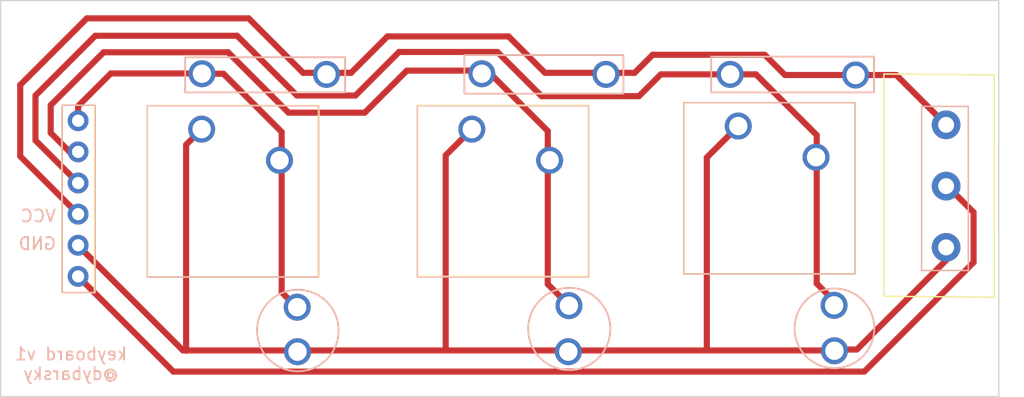
<source format=kicad_pcb>
(kicad_pcb (version 20211014) (generator pcbnew)
  (layers (0 "F.Cu" signal) (31 "B.Cu" signal) (36 "B.SilkS" user "B.Silkscreen") (37 "F.SilkS" user "F.Silkscreen") (38 "B.Mask" user) (39 "F.Mask" user) (44 "Edge.Cuts" user))
  (net 0 "")
  (footprint "" (layer "F.Cu") (at 68.7832 52.0446)
    (fp_text reference "" (at 0 0) (layer "F.SilkS") (effects (font (size 1.27 1.27))))
    (fp_text value "" (at 0 0) (layer "F.SilkS") (effects (font (size 1.27 1.27))))
    (pad "" thru_hole circle (at 0 0) (size 2.2 2.2) (drill 1.5) (layers *.Cu *.Mask))
  )
  (footprint "" (layer "F.Cu") (at 112.6236 55.6006)
    (fp_text reference "" (at 0 0) (layer "F.SilkS") (effects (font (size 1.27 1.27))))
    (fp_text value "" (at 0 0) (layer "F.SilkS") (effects (font (size 1.27 1.27))))
    (pad "" thru_hole circle (at 0 0) (size 2.2 2.2) (drill 1.5) (layers *.Cu *.Mask))
  )
  (footprint "" (layer "F.Cu") (at 68.8086 55.6768)
    (fp_text reference "" (at 0 0) (layer "F.SilkS") (effects (font (size 1.27 1.27))))
    (fp_text value "" (at 0 0) (layer "F.SilkS") (effects (font (size 1.27 1.27))))
    (pad "" thru_hole circle (at 0 0) (size 2.2 2.2) (drill 1.5) (layers *.Cu *.Mask))
  )
  (footprint "" (layer "F.Cu") (at 83.8454 32.9946)
    (fp_text reference "" (at 0 0) (layer "F.SilkS") (effects (font (size 1.27 1.27))))
    (fp_text value "" (at 0 0) (layer "F.SilkS") (effects (font (size 1.27 1.27))))
    (pad "" thru_hole circle (at 0 0) (size 2.2 2.2) (drill 1.5) (layers *.Cu *.Mask))
  )
  (footprint "" (layer "F.Cu") (at 61.0108 32.9946)
    (fp_text reference "" (at 0 0) (layer "F.SilkS") (effects (font (size 1.27 1.27))))
    (fp_text value "" (at 0 0) (layer "F.SilkS") (effects (font (size 1.27 1.27))))
    (pad "" thru_hole circle (at 0 0) (size 2.2 2.2) (drill 1.5) (layers *.Cu *.Mask))
  )
  (footprint "" (layer "F.Cu") (at 104.1146 33.0454)
    (fp_text reference "" (at 0 0) (layer "F.SilkS") (effects (font (size 1.27 1.27))))
    (fp_text value "" (at 0 0) (layer "F.SilkS") (effects (font (size 1.27 1.27))))
    (pad "" thru_hole circle (at 0 0) (size 2.2 2.2) (drill 1.5) (layers *.Cu *.Mask))
  )
  (footprint "" (layer "F.Cu") (at 93.98 33.0454)
    (fp_text reference "" (at 0 0) (layer "F.SilkS") (effects (font (size 1.27 1.27))))
    (fp_text value "" (at 0 0) (layer "F.SilkS") (effects (font (size 1.27 1.27))))
    (pad "" thru_hole circle (at 0 0) (size 2.2 2.2) (drill 1.5) (layers *.Cu *.Mask))
  )
  (footprint "" (layer "F.Cu") (at 90.9066 55.6768)
    (fp_text reference "" (at 0 0) (layer "F.SilkS") (effects (font (size 1.27 1.27))))
    (fp_text value "" (at 0 0) (layer "F.SilkS") (effects (font (size 1.27 1.27))))
    (pad "" thru_hole circle (at 0 0) (size 2.2 2.2) (drill 1.5) (layers *.Cu *.Mask))
  )
  (footprint "Connector_PinHeader_2.54mm:PinHeader_1x06_P2.54mm_Vertical" (layer "F.Cu") (at 50.9016 36.83)
    (fp_text reference "REF**" hide)
    (fp_text value "PinHeader_1x06_P2.54mm_Vertical" hide)
    (fp_line (start -1.33 14.03) (end 1.33 14.03) (layer "F.SilkS") (width 0.12))
    (fp_line (start 1.33 -1.27) (end 1.33 14.03) (layer "F.SilkS") (width 0.12))
    (fp_line (start -1.33 -1.27) (end -1.33 14.03) (layer "F.SilkS") (width 0.12))
    (fp_line (start -1.33 -1.27) (end 1.33 -1.27) (layer "F.SilkS") (width 0.12))
    (pad "" thru_hole oval (at 0 7.62) (size 1.7 1.7) (drill 1) (layers *.Cu *.Mask))
    (pad "" thru_hole oval (at 0 10.16) (size 1.7 1.7) (drill 1) (layers *.Cu *.Mask))
    (pad "" thru_hole oval (at 0 12.7) (size 1.7 1.7) (drill 1) (layers *.Cu *.Mask))
    (pad "" thru_hole oval (at 0 5.08) (size 1.7 1.7) (drill 1) (layers *.Cu *.Mask))
    (pad "" thru_hole oval (at 0 2.54) (size 1.7 1.7) (drill 1) (layers *.Cu *.Mask))
    (pad "" thru_hole circle (at 0 0) (size 1.7 1.7) (drill 1) (layers *.Cu *.Mask))
  )
  (footprint "" (layer "F.Cu") (at 71.1708 33.0454)
    (fp_text reference "" (at 0 0) (layer "F.SilkS") (effects (font (size 1.27 1.27))))
    (fp_text value "" (at 0 0) (layer "F.SilkS") (effects (font (size 1.27 1.27))))
    (pad "" thru_hole circle (at 0 0) (size 2.2 2.2) (drill 1.5) (layers *.Cu *.Mask))
  )
  (footprint "" (layer "F.Cu") (at 114.3508 33.0962)
    (fp_text reference "" (at 0 0) (layer "F.SilkS") (effects (font (size 1.27 1.27))))
    (fp_text value "" (at 0 0) (layer "F.SilkS") (effects (font (size 1.27 1.27))))
    (pad "" thru_hole circle (at 0 0) (size 2.2 2.2) (drill 1.5) (layers *.Cu *.Mask))
  )
  (footprint "" (layer "F.Cu") (at 90.9574 51.9176)
    (fp_text reference "" (at 0 0) (layer "F.SilkS") (effects (font (size 1.27 1.27))))
    (fp_text value "" (at 0 0) (layer "F.SilkS") (effects (font (size 1.27 1.27))))
    (pad "" thru_hole circle (at 0 0) (size 2.2 2.2) (drill 1.5) (layers *.Cu *.Mask))
  )
  (footprint "" (layer "F.Cu") (at 112.5982 51.8922)
    (fp_text reference "" (at 0 0) (layer "F.SilkS") (effects (font (size 1.27 1.27))))
    (fp_text value "" (at 0 0) (layer "F.SilkS") (effects (font (size 1.27 1.27))))
    (pad "" thru_hole circle (at 0 0) (size 2.2 2.2) (drill 1.5) (layers *.Cu *.Mask))
  )
  (footprint "Potentiometer_THT:Potentiometer_Alps_RK163_Single_Horizontal" (layer "F.Cu") (at 121.7374 47.164)
    (fp_text reference "REF**" hide)
    (fp_text value "Potentiometer_Alps_RK163_Single_Horizontal" hide)
    (fp_line (start -5.08 -14.15) (end -5.08 3.99) (layer "F.SilkS") (width 0.12))
    (fp_line (start 3.92 -14.07) (end 3.92 4.07) (layer "F.SilkS") (width 0.12))
    (fp_line (start 3.92 -8.62) (end 3.92 -1.38) (layer "F.SilkS") (width 0.12))
    (fp_line (start -5.08 -14.15) (end 3.92 -14.07) (layer "F.SilkS") (width 0.12))
    (fp_line (start -5.08 3.99) (end 3.92 4.07) (layer "F.SilkS") (width 0.12))
    (pad "" thru_hole circle (at 0 -5) (size 2.34 2.34) (drill 1.3) (layers *.Cu *.Mask))
    (pad "" thru_hole circle (at 0 0) (size 2.34 2.34) (drill 1.3) (layers *.Cu *.Mask))
    (pad "" thru_hole circle (at 0 -10) (size 2.34 2.34) (drill 1.3) (layers *.Cu *.Mask))
  )
  (footprint "Button_Switch_Keyboard:SW_Cherry_MX_1.00u_Plate" (layer "B.Cu") (at 104.775 37.2618 180)
    (fp_text reference "REF**" hide)
    (fp_text value "SW_Cherry_MX_1.00u_Plate" hide)
    (fp_line (start -9.525 -12.065) (end -9.525 1.905) (layer "B.SilkS") (width 0.12))
    (fp_line (start -9.525 1.905) (end 4.445 1.905) (layer "B.SilkS") (width 0.12))
    (fp_line (start 4.445 1.905) (end 4.445 -12.065) (layer "B.SilkS") (width 0.12))
    (fp_line (start 4.445 -12.065) (end -9.525 -12.065) (layer "B.SilkS") (width 0.12))
    (pad "" thru_hole circle (at 0 0 180) (size 2.2 2.2) (drill 1.5) (layers *.Cu *.Mask))
    (pad "" np_thru_hole circle (at -2.54 -5.08 180) (size 4 4) (drill 4) (layers *.Cu *.Mask))
    (pad "" thru_hole circle (at -6.35 -2.54 180) (size 2.2 2.2) (drill 1.5) (layers *.Cu *.Mask))
  )
  (footprint "Button_Switch_Keyboard:SW_Cherry_MX_1.00u_Plate" (layer "B.Cu") (at 60.9854 37.5158 180)
    (fp_text reference "REF**" hide)
    (fp_text value "SW_Cherry_MX_1.00u_Plate" hide)
    (fp_line (start -9.525 1.905) (end 4.445 1.905) (layer "B.SilkS") (width 0.12))
    (fp_line (start -9.525 -12.065) (end -9.525 1.905) (layer "B.SilkS") (width 0.12))
    (fp_line (start 4.445 -12.065) (end -9.525 -12.065) (layer "B.SilkS") (width 0.12))
    (fp_line (start 4.445 1.905) (end 4.445 -12.065) (layer "B.SilkS") (width 0.12))
    (pad "" np_thru_hole circle (at -2.54 -5.08 180) (size 4 4) (drill 4) (layers F&B.Cu *.Mask))
    (pad "" thru_hole circle (at 0 0 180) (size 2.2 2.2) (drill 1.5) (layers *.Cu *.Mask))
    (pad "" thru_hole circle (at -6.35 -2.54 180) (size 2.2 2.2) (drill 1.5) (layers *.Cu *.Mask))
  )
  (footprint "Button_Switch_Keyboard:SW_Cherry_MX_1.00u_Plate" (layer "B.Cu") (at 83.0326 37.5158 180)
    (fp_text reference "REF**" hide)
    (fp_text value "SW_Cherry_MX_1.00u_Plate" hide)
    (fp_line (start 4.445 -12.065) (end -9.525 -12.065) (layer "B.SilkS") (width 0.12))
    (fp_line (start -9.525 -12.065) (end -9.525 1.905) (layer "B.SilkS") (width 0.12))
    (fp_line (start 4.445 1.905) (end 4.445 -12.065) (layer "B.SilkS") (width 0.12))
    (fp_line (start -9.525 1.905) (end 4.445 1.905) (layer "B.SilkS") (width 0.12))
    (pad "" thru_hole circle (at -6.35 -2.54 180) (size 2.2 2.2) (drill 1.5) (layers *.Cu *.Mask))
    (pad "" np_thru_hole circle (at -2.54 -5.08 180) (size 4 4) (drill 4) (layers *.Cu *.Mask))
    (pad "" thru_hole circle (at 0 0 180) (size 2.2 2.2) (drill 1.5) (layers *.Cu *.Mask))
  )
  (gr_circle (center 68.834 53.9496) (end 72.1614 53.975) (layer "B.SilkS") (width 0.15) (fill none))
  (gr_circle (center 90.9828 53.8226) (end 94.3356 53.848) (layer "B.SilkS") (width 0.15) (fill none))
  (gr_circle (center 112.6236 53.7718) (end 115.8748 53.721) (layer "B.SilkS") (width 0.15) (fill none))
  (gr_rect (start 119.7356 35.6616) (end 123.5456 49.0474) (layer "B.SilkS") (width 0.12) (fill none))
  (gr_rect (start 52.2986 35.56) (end 49.6062 50.8508) (layer "B.SilkS") (width 0.12) (fill none))
  (gr_rect (start 115.8494 31.5976) (end 102.5652 34.5186) (layer "B.SilkS") (width 0.15) (fill none))
  (gr_rect (start 95.4024 31.4706) (end 82.423 34.6202) (layer "B.SilkS") (width 0.15) (fill none))
  (gr_rect (start 72.694936 31.6484) (end 59.6392 34.5186) (layer "B.SilkS") (width 0.15) (fill none))
  (gr_rect (start 56.5658 35.5854) (end 70.5612 49.5808) (layer "F.SilkS") (width 0.12) (fill none))
  (gr_rect (start 100.33 35.3568) (end 114.3 49.3268) (layer "F.SilkS") (width 0.12) (fill none))
  (gr_rect (start 78.5876 35.56) (end 92.5576 49.53) (layer "F.SilkS") (width 0.12) (fill none))
  (gr_rect (start 44.577 27.0256) (end 126.0348 59.3344) (layer "Edge.Cuts") (width 0.1) (fill none))
  (gr_text "keyboard v1\n@dybarsky" (at 50.3174 56.6674) (layer "B.SilkS") (effects (font (size 1 1)) (justify mirror)))
  (gr_text "VCC" (at 47.6504 44.6024) (layer "B.SilkS") (effects (font (size 1 1)) (justify mirror)))
  (gr_text "GND" (at 47.5742 46.863) (layer "B.SilkS") (effects (font (size 1 1)) (justify mirror)))
  (segment (start 50.8762 46.99) (end 59.4614 55.5752) (width 0.5) (layer "F.Cu") (net 0))
  (segment (start 59.7154 38.7858) (end 59.7154 55.6006) (width 0.5) (layer "F.Cu") (net 0))
  (segment (start 59.4614 55.5752) (end 112.6236 55.5752) (width 0.5) (layer "F.Cu") (net 0))
  (segment (start 114.4524 55.499) (end 121.7374 48.214) (width 0.5) (layer "F.Cu") (net 0))
  (segment (start 84.3026 32.7406) (end 77.724 32.7406) (width 0.5) (layer "F.Cu") (net 0))
  (segment (start 114.3508 33.0962) (end 108.585 33.0962) (width 0.5) (layer "F.Cu") (net 0))
  (segment (start 86.0298 29.9466) (end 76.1492 29.9466) (width 0.5) (layer "F.Cu") (net 0))
  (segment (start 63.1444 31.242) (end 52.9844 31.242) (width 0.5) (layer "F.Cu") (net 0))
  (segment (start 96.6724 34.8234) (end 88.7222 34.8234) (width 0.5) (layer "F.Cu") (net 0))
  (segment (start 63.881 29.8958) (end 52.2986 29.8958) (width 0.5) (layer "F.Cu") (net 0))
  (segment (start 47.4218 38.4302) (end 50.9016 41.91) (width 0.5) (layer "F.Cu") (net 0))
  (segment (start 117.6696 33.0962) (end 114.3508 33.0962) (width 0.5) (layer "F.Cu") (net 0))
  (segment (start 121.8136 42.1348) (end 123.9774 44.2986) (width 0.5) (layer "F.Cu") (net 0))
  (segment (start 89.2302 37.6682) (end 84.3026 32.7406) (width 0.5) (layer "F.Cu") (net 0))
  (segment (start 98.4504 33.0454) (end 96.6724 34.8234) (width 0.5) (layer "F.Cu") (net 0))
  (segment (start 53.5686 32.9692) (end 50.9016 35.6362) (width 0.5) (layer "F.Cu") (net 0))
  (segment (start 121.7374 48.214) (end 121.7374 47.164) (width 0.5) (layer "F.Cu") (net 0))
  (segment (start 52.2986 29.8958) (end 47.4218 34.7726) (width 0.5) (layer "F.Cu") (net 0))
  (segment (start 115.062 57.3024) (end 58.674 57.3024) (width 0.5) (layer "F.Cu") (net 0))
  (segment (start 106.934 31.4452) (end 97.79 31.4452) (width 0.5) (layer "F.Cu") (net 0))
  (segment (start 67.5132 50.8254) (end 67.5132 37.7444) (width 0.5) (layer "F.Cu") (net 0))
  (segment (start 97.79 31.4452) (end 96.3168 32.9184) (width 0.5) (layer "F.Cu") (net 0))
  (segment (start 51.6128 28.4734) (end 46.1772 33.909) (width 0.5) (layer "F.Cu") (net 0))
  (segment (start 48.6664 37.8206) (end 50.2158 39.37) (width 0.5) (layer "F.Cu") (net 0))
  (segment (start 77.089 31.2166) (end 73.533 34.7726) (width 0.5) (layer "F.Cu") (net 0))
  (segment (start 123.9774 48.387) (end 115.0874 57.277) (width 0.5) (layer "F.Cu") (net 0))
  (segment (start 106.2228 33.0454) (end 98.4504 33.0454) (width 0.5) (layer "F.Cu") (net 0))
  (segment (start 50.2158 39.37) (end 50.9016 39.37) (width 0.5) (layer "F.Cu") (net 0))
  (segment (start 83.0326 37.5158) (end 80.899 39.6494) (width 0.5) (layer "F.Cu") (net 0))
  (segment (start 61.0108 32.9946) (end 60.9854 32.9692) (width 0.5) (layer "F.Cu") (net 0))
  (segment (start 46.1772 33.909) (end 46.1772 39.7256) (width 0.5) (layer "F.Cu") (net 0))
  (segment (start 121.7374 37.164) (end 117.6696 33.0962) (width 0.5) (layer "F.Cu") (net 0))
  (segment (start 89.2302 50.165) (end 89.2302 37.6682) (width 0.5) (layer "F.Cu") (net 0))
  (segment (start 67.5132 37.7444) (end 62.7634 32.9946) (width 0.5) (layer "F.Cu") (net 0))
  (segment (start 85.1154 31.2166) (end 77.089 31.2166) (width 0.5) (layer "F.Cu") (net 0))
  (segment (start 68.7578 34.7726) (end 63.881 29.8958) (width 0.5) (layer "F.Cu") (net 0))
  (segment (start 48.6664 35.56) (end 48.6664 37.8206) (width 0.5) (layer "F.Cu") (net 0))
  (segment (start 76.1492 29.9466) (end 73.1774 32.9184) (width 0.5) (layer "F.Cu") (net 0))
  (segment (start 47.4218 34.7726) (end 47.4218 38.4302) (width 0.5) (layer "F.Cu") (net 0))
  (segment (start 89.0016 32.9184) (end 86.0298 29.9466) (width 0.5) (layer "F.Cu") (net 0))
  (segment (start 74.295 36.1696) (end 68.072 36.1696) (width 0.5) (layer "F.Cu") (net 0))
  (segment (start 68.6816 51.9938) (end 67.5132 50.8254) (width 0.5) (layer "F.Cu") (net 0))
  (segment (start 62.7634 32.9946) (end 61.0108 32.9946) (width 0.5) (layer "F.Cu") (net 0))
  (segment (start 108.585 33.0962) (end 106.934 31.4452) (width 0.5) (layer "F.Cu") (net 0))
  (segment (start 102.2096 39.8272) (end 102.2096 55.4482) (width 0.5) (layer "F.Cu") (net 0))
  (segment (start 121.7844 42.164) (end 121.8136 42.1348) (width 0.25) (layer "F.Cu") (net 0))
  (segment (start 68.072 36.1696) (end 63.1444 31.242) (width 0.5) (layer "F.Cu") (net 0))
  (segment (start 60.9854 32.9692) (end 53.5686 32.9692) (width 0.5) (layer "F.Cu") (net 0))
  (segment (start 52.9844 31.242) (end 48.6664 35.56) (width 0.5) (layer "F.Cu") (net 0))
  (segment (start 112.5728 51.5112) (end 111.1758 50.1142) (width 0.5) (layer "F.Cu") (net 0))
  (segment (start 50.9016 46.99) (end 50.8762 46.99) (width 0.5) (layer "F.Cu") (net 0))
  (segment (start 80.899 39.6494) (end 80.899 55.499) (width 0.5) (layer "F.Cu") (net 0))
  (segment (start 90.9828 51.9176) (end 89.2302 50.165) (width 0.5) (layer "F.Cu") (net 0))
  (segment (start 77.724 32.7406) (end 74.295 36.1696) (width 0.5) (layer "F.Cu") (net 0))
  (segment (start 112.6998 55.499) (end 114.4524 55.499) (width 0.5) (layer "F.Cu") (net 0))
  (segment (start 111.1758 37.9984) (end 106.2228 33.0454) (width 0.5) (layer "F.Cu") (net 0))
  (segment (start 46.1772 39.7256) (end 50.9016 44.45) (width 0.5) (layer "F.Cu") (net 0))
  (segment (start 73.1774 32.9184) (end 69.2658 32.9184) (width 0.5) (layer "F.Cu") (net 0))
  (segment (start 111.1758 50.1142) (end 111.1758 37.9984) (width 0.5) (layer "F.Cu") (net 0))
  (segment (start 60.9854 37.5158) (end 59.7154 38.7858) (width 0.5) (layer "F.Cu") (net 0))
  (segment (start 104.775 37.2618) (end 102.2096 39.8272) (width 0.5) (layer "F.Cu") (net 0))
  (segment (start 88.7222 34.8234) (end 85.1154 31.2166) (width 0.5) (layer "F.Cu") (net 0))
  (segment (start 50.9016 35.6362) (end 50.9016 36.83) (width 0.5) (layer "F.Cu") (net 0))
  (segment (start 123.9774 44.2986) (end 123.9774 48.387) (width 0.5) (layer "F.Cu") (net 0))
  (segment (start 96.3168 32.9184) (end 89.0016 32.9184) (width 0.5) (layer "F.Cu") (net 0))
  (segment (start 121.7374 42.164) (end 121.7844 42.164) (width 0.25) (layer "F.Cu") (net 0))
  (segment (start 58.674 57.3024) (end 50.9016 49.53) (width 0.5) (layer "F.Cu") (net 0))
  (segment (start 64.8208 28.4734) (end 51.6128 28.4734) (width 0.5) (layer "F.Cu") (net 0))
  (segment (start 73.533 34.7726) (end 68.7578 34.7726) (width 0.5) (layer "F.Cu") (net 0))
  (segment (start 69.2658 32.9184) (end 64.8208 28.4734) (width 0.5) (layer "F.Cu") (net 0))
)
</source>
